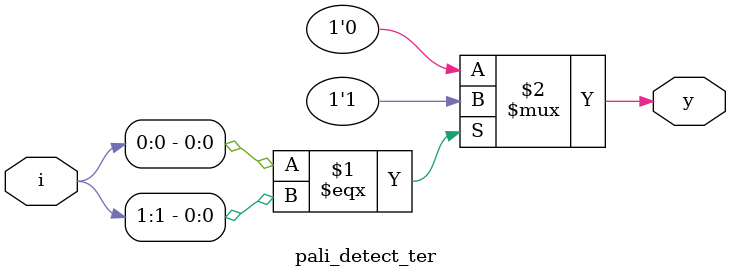
<source format=v>
module pali_detect_ter(i,y);
    input [2:0]i;
    output y;
    assign y = (i[0] === i[1]) ? 1'b1:1'b0; //use === case equality for 
    //comparing the x and z case as well 
endmodule
</source>
